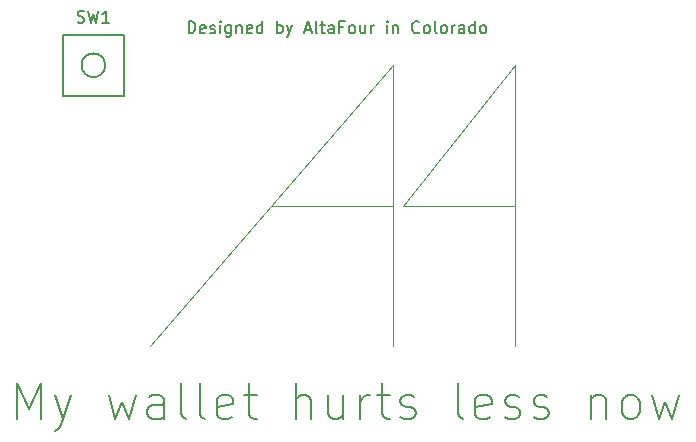
<source format=gbr>
%TF.GenerationSoftware,KiCad,Pcbnew,(5.1.9)-1*%
%TF.CreationDate,2021-02-17T22:55:24-07:00*%
%TF.ProjectId,keyboard_design_example,6b657962-6f61-4726-945f-64657369676e,rev?*%
%TF.SameCoordinates,Original*%
%TF.FileFunction,Legend,Top*%
%TF.FilePolarity,Positive*%
%FSLAX46Y46*%
G04 Gerber Fmt 4.6, Leading zero omitted, Abs format (unit mm)*
G04 Created by KiCad (PCBNEW (5.1.9)-1) date 2021-02-17 22:55:24*
%MOMM*%
%LPD*%
G01*
G04 APERTURE LIST*
%ADD10C,0.150000*%
%ADD11C,0.120000*%
G04 APERTURE END LIST*
D10*
X13417857Y-141057142D02*
X13417857Y-138057142D01*
X14417857Y-140200000D01*
X15417857Y-138057142D01*
X15417857Y-141057142D01*
X16560714Y-139057142D02*
X17275000Y-141057142D01*
X17989285Y-139057142D02*
X17275000Y-141057142D01*
X16989285Y-141771428D01*
X16846428Y-141914285D01*
X16560714Y-142057142D01*
X21132142Y-139057142D02*
X21703571Y-141057142D01*
X22275000Y-139628571D01*
X22846428Y-141057142D01*
X23417857Y-139057142D01*
X25846428Y-141057142D02*
X25846428Y-139485714D01*
X25703571Y-139200000D01*
X25417857Y-139057142D01*
X24846428Y-139057142D01*
X24560714Y-139200000D01*
X25846428Y-140914285D02*
X25560714Y-141057142D01*
X24846428Y-141057142D01*
X24560714Y-140914285D01*
X24417857Y-140628571D01*
X24417857Y-140342857D01*
X24560714Y-140057142D01*
X24846428Y-139914285D01*
X25560714Y-139914285D01*
X25846428Y-139771428D01*
X27703571Y-141057142D02*
X27417857Y-140914285D01*
X27275000Y-140628571D01*
X27275000Y-138057142D01*
X29275000Y-141057142D02*
X28989285Y-140914285D01*
X28846428Y-140628571D01*
X28846428Y-138057142D01*
X31560714Y-140914285D02*
X31275000Y-141057142D01*
X30703571Y-141057142D01*
X30417857Y-140914285D01*
X30275000Y-140628571D01*
X30275000Y-139485714D01*
X30417857Y-139200000D01*
X30703571Y-139057142D01*
X31275000Y-139057142D01*
X31560714Y-139200000D01*
X31703571Y-139485714D01*
X31703571Y-139771428D01*
X30275000Y-140057142D01*
X32560714Y-139057142D02*
X33703571Y-139057142D01*
X32989285Y-138057142D02*
X32989285Y-140628571D01*
X33132142Y-140914285D01*
X33417857Y-141057142D01*
X33703571Y-141057142D01*
X36989285Y-141057142D02*
X36989285Y-138057142D01*
X38275000Y-141057142D02*
X38275000Y-139485714D01*
X38132142Y-139200000D01*
X37846428Y-139057142D01*
X37417857Y-139057142D01*
X37132142Y-139200000D01*
X36989285Y-139342857D01*
X40989285Y-139057142D02*
X40989285Y-141057142D01*
X39703571Y-139057142D02*
X39703571Y-140628571D01*
X39846428Y-140914285D01*
X40132142Y-141057142D01*
X40560714Y-141057142D01*
X40846428Y-140914285D01*
X40989285Y-140771428D01*
X42417857Y-141057142D02*
X42417857Y-139057142D01*
X42417857Y-139628571D02*
X42560714Y-139342857D01*
X42703571Y-139200000D01*
X42989285Y-139057142D01*
X43274999Y-139057142D01*
X43846428Y-139057142D02*
X44989285Y-139057142D01*
X44274999Y-138057142D02*
X44274999Y-140628571D01*
X44417857Y-140914285D01*
X44703571Y-141057142D01*
X44989285Y-141057142D01*
X45846428Y-140914285D02*
X46132142Y-141057142D01*
X46703571Y-141057142D01*
X46989285Y-140914285D01*
X47132142Y-140628571D01*
X47132142Y-140485714D01*
X46989285Y-140200000D01*
X46703571Y-140057142D01*
X46275000Y-140057142D01*
X45989285Y-139914285D01*
X45846428Y-139628571D01*
X45846428Y-139485714D01*
X45989285Y-139200000D01*
X46275000Y-139057142D01*
X46703571Y-139057142D01*
X46989285Y-139200000D01*
X51132142Y-141057142D02*
X50846428Y-140914285D01*
X50703571Y-140628571D01*
X50703571Y-138057142D01*
X53417857Y-140914285D02*
X53132142Y-141057142D01*
X52560714Y-141057142D01*
X52275000Y-140914285D01*
X52132142Y-140628571D01*
X52132142Y-139485714D01*
X52275000Y-139200000D01*
X52560714Y-139057142D01*
X53132142Y-139057142D01*
X53417857Y-139200000D01*
X53560714Y-139485714D01*
X53560714Y-139771428D01*
X52132142Y-140057142D01*
X54703571Y-140914285D02*
X54989285Y-141057142D01*
X55560714Y-141057142D01*
X55846428Y-140914285D01*
X55989285Y-140628571D01*
X55989285Y-140485714D01*
X55846428Y-140200000D01*
X55560714Y-140057142D01*
X55132142Y-140057142D01*
X54846428Y-139914285D01*
X54703571Y-139628571D01*
X54703571Y-139485714D01*
X54846428Y-139200000D01*
X55132142Y-139057142D01*
X55560714Y-139057142D01*
X55846428Y-139200000D01*
X57132142Y-140914285D02*
X57417857Y-141057142D01*
X57989285Y-141057142D01*
X58275000Y-140914285D01*
X58417857Y-140628571D01*
X58417857Y-140485714D01*
X58275000Y-140200000D01*
X57989285Y-140057142D01*
X57560714Y-140057142D01*
X57275000Y-139914285D01*
X57132142Y-139628571D01*
X57132142Y-139485714D01*
X57275000Y-139200000D01*
X57560714Y-139057142D01*
X57989285Y-139057142D01*
X58275000Y-139200000D01*
X61989285Y-139057142D02*
X61989285Y-141057142D01*
X61989285Y-139342857D02*
X62132142Y-139200000D01*
X62417857Y-139057142D01*
X62846428Y-139057142D01*
X63132142Y-139200000D01*
X63274999Y-139485714D01*
X63274999Y-141057142D01*
X65132142Y-141057142D02*
X64846428Y-140914285D01*
X64703571Y-140771428D01*
X64560714Y-140485714D01*
X64560714Y-139628571D01*
X64703571Y-139342857D01*
X64846428Y-139200000D01*
X65132142Y-139057142D01*
X65560714Y-139057142D01*
X65846428Y-139200000D01*
X65989285Y-139342857D01*
X66132142Y-139628571D01*
X66132142Y-140485714D01*
X65989285Y-140771428D01*
X65846428Y-140914285D01*
X65560714Y-141057142D01*
X65132142Y-141057142D01*
X67132142Y-139057142D02*
X67703571Y-141057142D01*
X68275000Y-139628571D01*
X68846428Y-141057142D01*
X69417857Y-139057142D01*
D11*
X34925000Y-123031250D02*
X24606250Y-134937500D01*
X34925000Y-123031250D02*
X45243750Y-123031250D01*
X45243750Y-111125000D02*
X34925000Y-123031250D01*
X45243750Y-134937500D02*
X45243750Y-111125000D01*
X46037500Y-123031250D02*
X55562500Y-123031250D01*
X55562500Y-111125000D02*
X46037500Y-123031250D01*
X55562500Y-111125000D02*
X55562500Y-134937500D01*
D10*
X27909821Y-108402380D02*
X27909821Y-107402380D01*
X28147916Y-107402380D01*
X28290773Y-107450000D01*
X28386011Y-107545238D01*
X28433630Y-107640476D01*
X28481249Y-107830952D01*
X28481249Y-107973809D01*
X28433630Y-108164285D01*
X28386011Y-108259523D01*
X28290773Y-108354761D01*
X28147916Y-108402380D01*
X27909821Y-108402380D01*
X29290773Y-108354761D02*
X29195535Y-108402380D01*
X29005059Y-108402380D01*
X28909821Y-108354761D01*
X28862202Y-108259523D01*
X28862202Y-107878571D01*
X28909821Y-107783333D01*
X29005059Y-107735714D01*
X29195535Y-107735714D01*
X29290773Y-107783333D01*
X29338392Y-107878571D01*
X29338392Y-107973809D01*
X28862202Y-108069047D01*
X29719345Y-108354761D02*
X29814583Y-108402380D01*
X30005059Y-108402380D01*
X30100297Y-108354761D01*
X30147916Y-108259523D01*
X30147916Y-108211904D01*
X30100297Y-108116666D01*
X30005059Y-108069047D01*
X29862202Y-108069047D01*
X29766964Y-108021428D01*
X29719345Y-107926190D01*
X29719345Y-107878571D01*
X29766964Y-107783333D01*
X29862202Y-107735714D01*
X30005059Y-107735714D01*
X30100297Y-107783333D01*
X30576488Y-108402380D02*
X30576488Y-107735714D01*
X30576488Y-107402380D02*
X30528869Y-107450000D01*
X30576488Y-107497619D01*
X30624107Y-107450000D01*
X30576488Y-107402380D01*
X30576488Y-107497619D01*
X31481249Y-107735714D02*
X31481249Y-108545238D01*
X31433630Y-108640476D01*
X31386011Y-108688095D01*
X31290773Y-108735714D01*
X31147916Y-108735714D01*
X31052678Y-108688095D01*
X31481249Y-108354761D02*
X31386011Y-108402380D01*
X31195535Y-108402380D01*
X31100297Y-108354761D01*
X31052678Y-108307142D01*
X31005059Y-108211904D01*
X31005059Y-107926190D01*
X31052678Y-107830952D01*
X31100297Y-107783333D01*
X31195535Y-107735714D01*
X31386011Y-107735714D01*
X31481249Y-107783333D01*
X31957440Y-107735714D02*
X31957440Y-108402380D01*
X31957440Y-107830952D02*
X32005059Y-107783333D01*
X32100297Y-107735714D01*
X32243154Y-107735714D01*
X32338392Y-107783333D01*
X32386011Y-107878571D01*
X32386011Y-108402380D01*
X33243154Y-108354761D02*
X33147916Y-108402380D01*
X32957440Y-108402380D01*
X32862202Y-108354761D01*
X32814583Y-108259523D01*
X32814583Y-107878571D01*
X32862202Y-107783333D01*
X32957440Y-107735714D01*
X33147916Y-107735714D01*
X33243154Y-107783333D01*
X33290773Y-107878571D01*
X33290773Y-107973809D01*
X32814583Y-108069047D01*
X34147916Y-108402380D02*
X34147916Y-107402380D01*
X34147916Y-108354761D02*
X34052678Y-108402380D01*
X33862202Y-108402380D01*
X33766964Y-108354761D01*
X33719345Y-108307142D01*
X33671726Y-108211904D01*
X33671726Y-107926190D01*
X33719345Y-107830952D01*
X33766964Y-107783333D01*
X33862202Y-107735714D01*
X34052678Y-107735714D01*
X34147916Y-107783333D01*
X35386011Y-108402380D02*
X35386011Y-107402380D01*
X35386011Y-107783333D02*
X35481250Y-107735714D01*
X35671726Y-107735714D01*
X35766964Y-107783333D01*
X35814583Y-107830952D01*
X35862202Y-107926190D01*
X35862202Y-108211904D01*
X35814583Y-108307142D01*
X35766964Y-108354761D01*
X35671726Y-108402380D01*
X35481250Y-108402380D01*
X35386011Y-108354761D01*
X36195535Y-107735714D02*
X36433630Y-108402380D01*
X36671726Y-107735714D02*
X36433630Y-108402380D01*
X36338392Y-108640476D01*
X36290773Y-108688095D01*
X36195535Y-108735714D01*
X37766964Y-108116666D02*
X38243154Y-108116666D01*
X37671726Y-108402380D02*
X38005059Y-107402380D01*
X38338392Y-108402380D01*
X38814583Y-108402380D02*
X38719345Y-108354761D01*
X38671726Y-108259523D01*
X38671726Y-107402380D01*
X39052678Y-107735714D02*
X39433630Y-107735714D01*
X39195535Y-107402380D02*
X39195535Y-108259523D01*
X39243154Y-108354761D01*
X39338392Y-108402380D01*
X39433630Y-108402380D01*
X40195535Y-108402380D02*
X40195535Y-107878571D01*
X40147916Y-107783333D01*
X40052678Y-107735714D01*
X39862202Y-107735714D01*
X39766964Y-107783333D01*
X40195535Y-108354761D02*
X40100297Y-108402380D01*
X39862202Y-108402380D01*
X39766964Y-108354761D01*
X39719345Y-108259523D01*
X39719345Y-108164285D01*
X39766964Y-108069047D01*
X39862202Y-108021428D01*
X40100297Y-108021428D01*
X40195535Y-107973809D01*
X41005059Y-107878571D02*
X40671726Y-107878571D01*
X40671726Y-108402380D02*
X40671726Y-107402380D01*
X41147916Y-107402380D01*
X41671726Y-108402380D02*
X41576488Y-108354761D01*
X41528869Y-108307142D01*
X41481249Y-108211904D01*
X41481249Y-107926190D01*
X41528869Y-107830952D01*
X41576488Y-107783333D01*
X41671726Y-107735714D01*
X41814583Y-107735714D01*
X41909821Y-107783333D01*
X41957440Y-107830952D01*
X42005059Y-107926190D01*
X42005059Y-108211904D01*
X41957440Y-108307142D01*
X41909821Y-108354761D01*
X41814583Y-108402380D01*
X41671726Y-108402380D01*
X42862202Y-107735714D02*
X42862202Y-108402380D01*
X42433630Y-107735714D02*
X42433630Y-108259523D01*
X42481249Y-108354761D01*
X42576488Y-108402380D01*
X42719345Y-108402380D01*
X42814583Y-108354761D01*
X42862202Y-108307142D01*
X43338392Y-108402380D02*
X43338392Y-107735714D01*
X43338392Y-107926190D02*
X43386011Y-107830952D01*
X43433630Y-107783333D01*
X43528869Y-107735714D01*
X43624107Y-107735714D01*
X44719345Y-108402380D02*
X44719345Y-107735714D01*
X44719345Y-107402380D02*
X44671726Y-107450000D01*
X44719345Y-107497619D01*
X44766964Y-107450000D01*
X44719345Y-107402380D01*
X44719345Y-107497619D01*
X45195535Y-107735714D02*
X45195535Y-108402380D01*
X45195535Y-107830952D02*
X45243154Y-107783333D01*
X45338392Y-107735714D01*
X45481250Y-107735714D01*
X45576488Y-107783333D01*
X45624107Y-107878571D01*
X45624107Y-108402380D01*
X47433630Y-108307142D02*
X47386011Y-108354761D01*
X47243154Y-108402380D01*
X47147916Y-108402380D01*
X47005059Y-108354761D01*
X46909821Y-108259523D01*
X46862202Y-108164285D01*
X46814583Y-107973809D01*
X46814583Y-107830952D01*
X46862202Y-107640476D01*
X46909821Y-107545238D01*
X47005059Y-107450000D01*
X47147916Y-107402380D01*
X47243154Y-107402380D01*
X47386011Y-107450000D01*
X47433630Y-107497619D01*
X48005059Y-108402380D02*
X47909821Y-108354761D01*
X47862202Y-108307142D01*
X47814583Y-108211904D01*
X47814583Y-107926190D01*
X47862202Y-107830952D01*
X47909821Y-107783333D01*
X48005059Y-107735714D01*
X48147916Y-107735714D01*
X48243154Y-107783333D01*
X48290773Y-107830952D01*
X48338392Y-107926190D01*
X48338392Y-108211904D01*
X48290773Y-108307142D01*
X48243154Y-108354761D01*
X48147916Y-108402380D01*
X48005059Y-108402380D01*
X48909821Y-108402380D02*
X48814583Y-108354761D01*
X48766964Y-108259523D01*
X48766964Y-107402380D01*
X49433630Y-108402380D02*
X49338392Y-108354761D01*
X49290773Y-108307142D01*
X49243154Y-108211904D01*
X49243154Y-107926190D01*
X49290773Y-107830952D01*
X49338392Y-107783333D01*
X49433630Y-107735714D01*
X49576488Y-107735714D01*
X49671726Y-107783333D01*
X49719345Y-107830952D01*
X49766964Y-107926190D01*
X49766964Y-108211904D01*
X49719345Y-108307142D01*
X49671726Y-108354761D01*
X49576488Y-108402380D01*
X49433630Y-108402380D01*
X50195535Y-108402380D02*
X50195535Y-107735714D01*
X50195535Y-107926190D02*
X50243154Y-107830952D01*
X50290773Y-107783333D01*
X50386011Y-107735714D01*
X50481249Y-107735714D01*
X51243154Y-108402380D02*
X51243154Y-107878571D01*
X51195535Y-107783333D01*
X51100297Y-107735714D01*
X50909821Y-107735714D01*
X50814583Y-107783333D01*
X51243154Y-108354761D02*
X51147916Y-108402380D01*
X50909821Y-108402380D01*
X50814583Y-108354761D01*
X50766964Y-108259523D01*
X50766964Y-108164285D01*
X50814583Y-108069047D01*
X50909821Y-108021428D01*
X51147916Y-108021428D01*
X51243154Y-107973809D01*
X52147916Y-108402380D02*
X52147916Y-107402380D01*
X52147916Y-108354761D02*
X52052678Y-108402380D01*
X51862202Y-108402380D01*
X51766964Y-108354761D01*
X51719345Y-108307142D01*
X51671726Y-108211904D01*
X51671726Y-107926190D01*
X51719345Y-107830952D01*
X51766964Y-107783333D01*
X51862202Y-107735714D01*
X52052678Y-107735714D01*
X52147916Y-107783333D01*
X52766964Y-108402380D02*
X52671726Y-108354761D01*
X52624107Y-108307142D01*
X52576488Y-108211904D01*
X52576488Y-107926190D01*
X52624107Y-107830952D01*
X52671726Y-107783333D01*
X52766964Y-107735714D01*
X52909821Y-107735714D01*
X53005059Y-107783333D01*
X53052678Y-107830952D01*
X53100297Y-107926190D01*
X53100297Y-108211904D01*
X53052678Y-108307142D01*
X53005059Y-108354761D01*
X52909821Y-108402380D01*
X52766964Y-108402380D01*
%TO.C,SW1*%
X20843750Y-111125000D02*
G75*
G03*
X20843750Y-111125000I-1000000J0D01*
G01*
X22443750Y-108525000D02*
X22443750Y-113725000D01*
X17243750Y-108525000D02*
X22443750Y-108525000D01*
X17243750Y-113725000D02*
X17243750Y-108525000D01*
X22443750Y-113725000D02*
X17243750Y-113725000D01*
X18510416Y-107465761D02*
X18653273Y-107513380D01*
X18891369Y-107513380D01*
X18986607Y-107465761D01*
X19034226Y-107418142D01*
X19081845Y-107322904D01*
X19081845Y-107227666D01*
X19034226Y-107132428D01*
X18986607Y-107084809D01*
X18891369Y-107037190D01*
X18700892Y-106989571D01*
X18605654Y-106941952D01*
X18558035Y-106894333D01*
X18510416Y-106799095D01*
X18510416Y-106703857D01*
X18558035Y-106608619D01*
X18605654Y-106561000D01*
X18700892Y-106513380D01*
X18938988Y-106513380D01*
X19081845Y-106561000D01*
X19415178Y-106513380D02*
X19653273Y-107513380D01*
X19843750Y-106799095D01*
X20034226Y-107513380D01*
X20272321Y-106513380D01*
X21177083Y-107513380D02*
X20605654Y-107513380D01*
X20891369Y-107513380D02*
X20891369Y-106513380D01*
X20796130Y-106656238D01*
X20700892Y-106751476D01*
X20605654Y-106799095D01*
%TD*%
M02*

</source>
